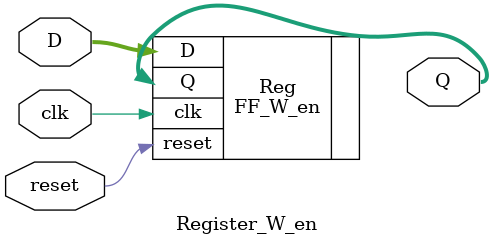
<source format=v>
module Register_W_en
#( 
	parameter WIDTH = 32
)
(
	input [WIDTH-1:0] D,
	input clk, reset,
	output [WIDTH-1:0] Q 
);

FF_W_en Reg (.D(D), .reset(reset), .clk(clk), .Q(Q));
endmodule 
</source>
